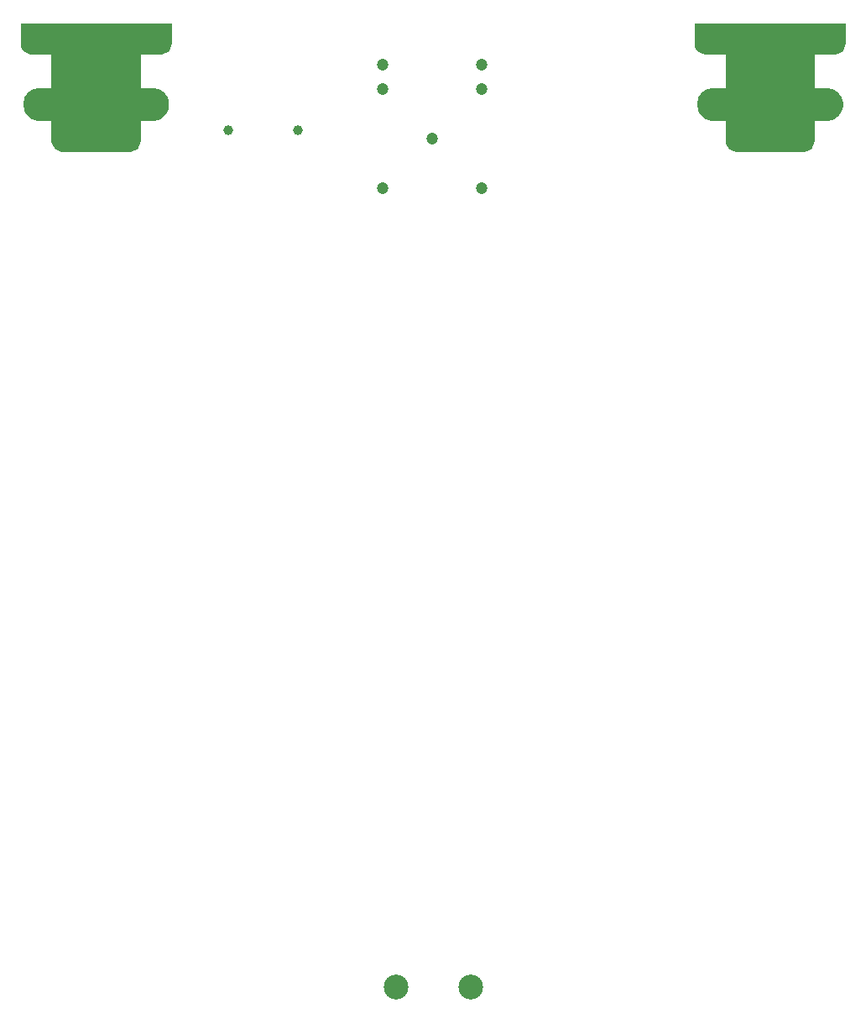
<source format=gbr>
%TF.GenerationSoftware,Altium Limited,Altium Designer,22.10.1 (41)*%
G04 Layer_Color=0*
%FSLAX45Y45*%
%MOMM*%
%TF.SameCoordinates,CC01BCFA-2ECF-4BF2-A349-93AF2CE8EC74*%
%TF.FilePolarity,Positive*%
%TF.FileFunction,NonPlated,1,2,NPTH,Drill*%
%TF.Part,Single*%
G01*
G75*
%TA.AperFunction,OtherDrill,Pad Free-MH3 (3.75mm,25mm)*%
%ADD66C,2.50000*%
%TA.AperFunction,OtherDrill,Pad Free-MH2 (-3.75mm,25mm)*%
%ADD67C,2.50000*%
%TA.AperFunction,ComponentDrill*%
%ADD68C,1.20000*%
%ADD69C,3.26000*%
%ADD70C,1.00000*%
G36*
X-2637500Y12209300D02*
Y12018000D01*
Y12006378D01*
X-2642035Y11983580D01*
X-2650930Y11962106D01*
X-2663844Y11942779D01*
X-2680279Y11926343D01*
X-2699606Y11913430D01*
X-2721081Y11904534D01*
X-2743878Y11900000D01*
X-2755500D01*
D01*
X-2950000D01*
Y11559100D01*
X-2828500Y11559100D01*
X-2812446Y11559100D01*
X-2780955Y11552836D01*
X-2751291Y11540549D01*
X-2724594Y11522710D01*
X-2701890Y11500006D01*
X-2684051Y11473309D01*
X-2671764Y11443645D01*
X-2665500Y11412154D01*
X-2665500Y11396100D01*
X-2665500Y11380046D01*
X-2671764Y11348555D01*
X-2684052Y11318890D01*
X-2701890Y11292194D01*
X-2724594Y11269490D01*
X-2751291Y11251651D01*
X-2780955Y11239364D01*
X-2812446Y11233100D01*
X-2828500Y11233100D01*
Y11233100D01*
X-2950000D01*
Y11038000D01*
Y11026378D01*
X-2954535Y11003580D01*
X-2963430Y10982106D01*
X-2976344Y10962779D01*
X-2992779Y10946343D01*
X-3012106Y10933429D01*
X-3033581Y10924534D01*
X-3056378Y10920000D01*
X-3068000D01*
D01*
X-3732000Y10920000D01*
X-3743622Y10920000D01*
X-3766419Y10924535D01*
X-3787894Y10933429D01*
X-3807221Y10946343D01*
X-3823657Y10962779D01*
X-3836570Y10982106D01*
X-3845466Y11003580D01*
X-3850000Y11026378D01*
X-3850000Y11038000D01*
X-3850000D01*
Y11233100D01*
X-3971500Y11233100D01*
X-3987554Y11233100D01*
X-4019045Y11239364D01*
X-4048709Y11251651D01*
X-4075407Y11269490D01*
X-4098110Y11292193D01*
X-4115949Y11318890D01*
X-4128236Y11348555D01*
X-4134500Y11380046D01*
X-4134500Y11396100D01*
X-4134500Y11412154D01*
X-4128236Y11443645D01*
X-4115949Y11473309D01*
X-4098111Y11500006D01*
X-4075407Y11522711D01*
X-4048709Y11540549D01*
X-4019045Y11552836D01*
X-3987554Y11559100D01*
X-3971500Y11559100D01*
Y11559100D01*
X-3850000D01*
Y11900000D01*
X-4044500D01*
X-4056122D01*
X-4078920Y11904534D01*
X-4100394Y11913430D01*
X-4119721Y11926343D01*
X-4136157Y11942779D01*
X-4149070Y11962106D01*
X-4157966Y11983580D01*
X-4162500Y12006378D01*
Y12018000D01*
D01*
Y12209300D01*
X-2637500D01*
D02*
G37*
G36*
X4162500Y12209300D02*
Y12018000D01*
Y12006378D01*
X4157965Y11983580D01*
X4149070Y11962106D01*
X4136157Y11942779D01*
X4119721Y11926343D01*
X4100394Y11913429D01*
X4078919Y11904534D01*
X4056122Y11900000D01*
X4044500D01*
D01*
X3850000D01*
Y11559100D01*
X3971500Y11559099D01*
X3987554Y11559100D01*
X4019045Y11552836D01*
X4048709Y11540548D01*
X4075406Y11522710D01*
X4098110Y11500006D01*
X4115949Y11473309D01*
X4128236Y11443645D01*
X4134500Y11412154D01*
X4134500Y11396100D01*
X4134500Y11380046D01*
X4128236Y11348554D01*
X4115949Y11318890D01*
X4098110Y11292193D01*
X4075406Y11269489D01*
X4048709Y11251651D01*
X4019045Y11239364D01*
X3987554Y11233100D01*
X3971500Y11233100D01*
Y11233100D01*
X3850000D01*
Y11038000D01*
Y11026377D01*
X3845465Y11003580D01*
X3836570Y10982106D01*
X3823657Y10962779D01*
X3807221Y10946343D01*
X3787894Y10933429D01*
X3766419Y10924534D01*
X3743622Y10919999D01*
X3732000D01*
D01*
X3068000Y10920000D01*
X3056378Y10920000D01*
X3033581Y10924534D01*
X3012106Y10933429D01*
X2992779Y10946343D01*
X2976343Y10962779D01*
X2963430Y10982106D01*
X2954535Y11003580D01*
X2950000Y11026377D01*
X2950000Y11038000D01*
X2950000D01*
Y11233100D01*
X2828500Y11233100D01*
X2812446Y11233100D01*
X2780955Y11239364D01*
X2751291Y11251651D01*
X2724593Y11269489D01*
X2701890Y11292193D01*
X2684051Y11318890D01*
X2671764Y11348554D01*
X2665500Y11380046D01*
X2665500Y11396100D01*
X2665500Y11412154D01*
X2671764Y11443645D01*
X2684051Y11473309D01*
X2701889Y11500006D01*
X2724593Y11522710D01*
X2751291Y11540548D01*
X2780955Y11552836D01*
X2812446Y11559100D01*
X2828500Y11559099D01*
Y11559100D01*
X2950000D01*
Y11900000D01*
X2755500D01*
X2743878D01*
X2721080Y11904534D01*
X2699606Y11913429D01*
X2680279Y11926343D01*
X2663843Y11942779D01*
X2650930Y11962106D01*
X2642035Y11983580D01*
X2637500Y12006378D01*
Y12018000D01*
D01*
Y12209300D01*
X4162500D01*
D02*
G37*
D66*
X375000Y2500000D02*
D03*
D67*
X-375000D02*
D03*
D68*
X-508000Y11800000D02*
D03*
Y11550000D02*
D03*
X492000Y11800000D02*
D03*
Y11550000D02*
D03*
X-8000Y11050000D02*
D03*
X-508000Y10550000D02*
D03*
X492000D02*
D03*
D69*
X-2828500Y11396100D02*
D03*
X-3971500D02*
D03*
X3971500Y11396100D02*
D03*
X2828500D02*
D03*
D70*
X-1364500Y11135001D02*
D03*
X-2064500D02*
D03*
%TF.MD5,d4ed6dbb34685b04a19919ec5d2a9de0*%
M02*

</source>
